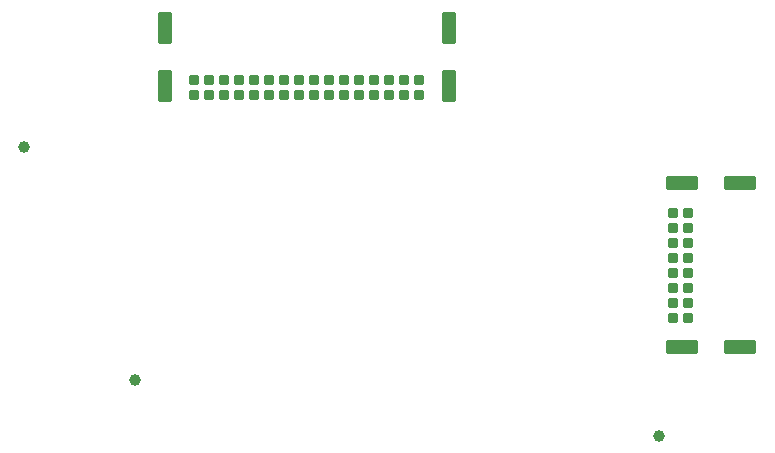
<source format=gtp>
G04*
G04 #@! TF.GenerationSoftware,Altium Limited,Altium Designer,23.8.1 (32)*
G04*
G04 Layer_Color=8421504*
%FSLAX44Y44*%
%MOMM*%
G71*
G04*
G04 #@! TF.SameCoordinates,9A5F4E38-F979-48D4-9C3D-4FC56E0EA2F6*
G04*
G04*
G04 #@! TF.FilePolarity,Positive*
G04*
G01*
G75*
G04:AMPARAMS|DCode=15|XSize=1.2mm|YSize=2.7mm|CornerRadius=0.15mm|HoleSize=0mm|Usage=FLASHONLY|Rotation=180.000|XOffset=0mm|YOffset=0mm|HoleType=Round|Shape=RoundedRectangle|*
%AMROUNDEDRECTD15*
21,1,1.2000,2.4000,0,0,180.0*
21,1,0.9000,2.7000,0,0,180.0*
1,1,0.3000,-0.4500,1.2000*
1,1,0.3000,0.4500,1.2000*
1,1,0.3000,0.4500,-1.2000*
1,1,0.3000,-0.4500,-1.2000*
%
%ADD15ROUNDEDRECTD15*%
G04:AMPARAMS|DCode=16|XSize=0.8mm|YSize=0.8mm|CornerRadius=0.1mm|HoleSize=0mm|Usage=FLASHONLY|Rotation=180.000|XOffset=0mm|YOffset=0mm|HoleType=Round|Shape=RoundedRectangle|*
%AMROUNDEDRECTD16*
21,1,0.8000,0.6000,0,0,180.0*
21,1,0.6000,0.8000,0,0,180.0*
1,1,0.2000,-0.3000,0.3000*
1,1,0.2000,0.3000,0.3000*
1,1,0.2000,0.3000,-0.3000*
1,1,0.2000,-0.3000,-0.3000*
%
%ADD16ROUNDEDRECTD16*%
G04:AMPARAMS|DCode=17|XSize=0.8mm|YSize=0.8mm|CornerRadius=0.1mm|HoleSize=0mm|Usage=FLASHONLY|Rotation=90.000|XOffset=0mm|YOffset=0mm|HoleType=Round|Shape=RoundedRectangle|*
%AMROUNDEDRECTD17*
21,1,0.8000,0.6000,0,0,90.0*
21,1,0.6000,0.8000,0,0,90.0*
1,1,0.2000,0.3000,0.3000*
1,1,0.2000,0.3000,-0.3000*
1,1,0.2000,-0.3000,-0.3000*
1,1,0.2000,-0.3000,0.3000*
%
%ADD17ROUNDEDRECTD17*%
G04:AMPARAMS|DCode=18|XSize=1.2mm|YSize=2.7mm|CornerRadius=0.15mm|HoleSize=0mm|Usage=FLASHONLY|Rotation=90.000|XOffset=0mm|YOffset=0mm|HoleType=Round|Shape=RoundedRectangle|*
%AMROUNDEDRECTD18*
21,1,1.2000,2.4000,0,0,90.0*
21,1,0.9000,2.7000,0,0,90.0*
1,1,0.3000,1.2000,0.4500*
1,1,0.3000,1.2000,-0.4500*
1,1,0.3000,-1.2000,-0.4500*
1,1,0.3000,-1.2000,0.4500*
%
%ADD18ROUNDEDRECTD18*%
%ADD19C,1.0000*%
D15*
X164384Y328000D02*
D03*
Y377000D02*
D03*
X405084Y328000D02*
D03*
Y377000D02*
D03*
D16*
X189484Y319800D02*
D03*
Y332500D02*
D03*
X202184D02*
D03*
X214884D02*
D03*
X227584D02*
D03*
X240284D02*
D03*
X252984D02*
D03*
X265684D02*
D03*
X278384D02*
D03*
X291084D02*
D03*
X303784D02*
D03*
X316484D02*
D03*
X329184D02*
D03*
X341884D02*
D03*
X354584D02*
D03*
X367284D02*
D03*
X379984D02*
D03*
X202184Y319800D02*
D03*
X214884D02*
D03*
X227584D02*
D03*
X240284D02*
D03*
X252984D02*
D03*
X265684D02*
D03*
X278384D02*
D03*
X291084D02*
D03*
X303784D02*
D03*
X316484D02*
D03*
X329184D02*
D03*
X341884D02*
D03*
X354584D02*
D03*
X367284D02*
D03*
X379984D02*
D03*
D17*
X607030Y220218D02*
D03*
X594330D02*
D03*
Y207518D02*
D03*
Y194818D02*
D03*
Y182118D02*
D03*
Y169418D02*
D03*
Y156718D02*
D03*
Y144018D02*
D03*
Y131318D02*
D03*
X607030Y207518D02*
D03*
Y194818D02*
D03*
Y182118D02*
D03*
Y169418D02*
D03*
Y156718D02*
D03*
Y144018D02*
D03*
Y131318D02*
D03*
D18*
X602530Y245318D02*
D03*
X651530D02*
D03*
X602530Y106218D02*
D03*
X651530D02*
D03*
D19*
X582504Y30988D02*
D03*
X139528Y78740D02*
D03*
X45466Y275844D02*
D03*
M02*

</source>
